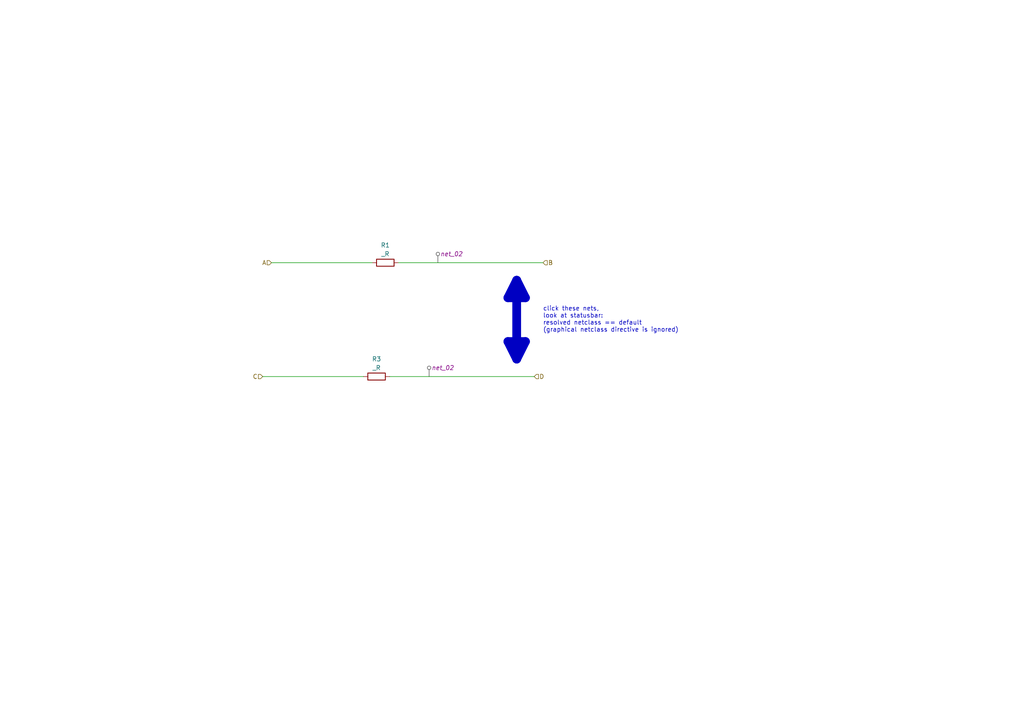
<source format=kicad_sch>
(kicad_sch (version 20230121) (generator eeschema)
  (paper "A4")
  (lib_symbols
    (symbol "Device:R" (pin_numbers hide) (pin_names (offset 0))
      (property "Reference" "R" (at 2.032 0 90))
      (property "Value" "R" (at 0 0 90))
      (symbol "R_0_1"
        (rectangle (start -1.016 -2.54) (end 1.016 2.54) (stroke (width 0.254)))
      )
      (symbol "R_1_1"
        (pin passive line (at 0 3.81 270) (length 1.27) (name "~") (number "1"))
        (pin passive line (at 0 -3.81 90) (length 1.27) (name "~") (number "2"))
      )
    )
  )
  (wire (pts (xy 76.2 109.22) (xy 105.41 109.22)))
  (polyline (pts (xy 149.86 104.14) (xy 152.4 99.06)) (stroke (width 2.54)))
  (polyline (pts (xy 149.86 104.14) (xy 147.32 99.06)) (stroke (width 2.54)))
  (wire (pts (xy 78.74 76.2) (xy 107.95 76.2)))
  (polyline (pts (xy 147.32 86.36) (xy 152.4 86.36)) (stroke (width 2.54)))
  (polyline (pts (xy 147.32 99.06) (xy 152.4 99.06)) (stroke (width 2.54)))
  (polyline (pts (xy 152.4 86.36) (xy 149.86 81.28)) (stroke (width 2.54)))
  (wire (pts (xy 115.57 76.2) (xy 157.48 76.2)))
  (polyline (pts (xy 149.86 81.28) (xy 149.86 104.14)) (stroke (width 2.54)))
  (polyline (pts (xy 149.86 81.28) (xy 147.32 86.36)) (stroke (width 2.54)))
  (wire (pts (xy 113.03 109.22) (xy 154.94 109.22)))
  (text "click these nets,\nlook at statusbar:\nresolved netclass == default\n(graphical netclass directive is ignored)" (at 157.48 96.52 0) (effects (font (size 1.27 1.27)) (justify left bottom)))
  (hierarchical_label "A" (shape input) (at 78.74 76.2 180))
  (hierarchical_label "D" (shape input) (at 154.94 109.22 0))
  (hierarchical_label "C" (shape input) (at 76.2 109.22 180))
  (hierarchical_label "B" (shape input) (at 157.48 76.2 0))
  (netclass_flag "" (length 2.54) (shape round) (at 127 76.2 0) (property "Netclass" "net_02" (at 127.6985 73.66 0) (effects (font italic) (justify left))))
  (netclass_flag "" (length 2.54) (shape round) (at 124.46 109.22 0) (property "Netclass" "net_02" (at 125.1585 106.68 0) (effects (font italic) (justify left))))
  (symbol (lib_id "Device:R") (at 109.22 109.22 90) (unit 1)
    (property "Reference" "R3" (at 109.22 104.14 90))
    (property "Value" "_R" (at 109.22 106.68 90))
    (property "Footprint" "0IBF_RCL:R_1206_3216Metric" (effects hide))
  )
  (symbol (lib_id "Device:R") (at 111.76 76.2 90) (unit 1)
    (property "Reference" "R1" (at 111.76 71.12 90))
    (property "Value" "_R" (at 111.76 73.66 90))
    (property "Footprint" "Resistor_SMD:R_0201_0603Metric" (effects hide))
  )
)
</source>
